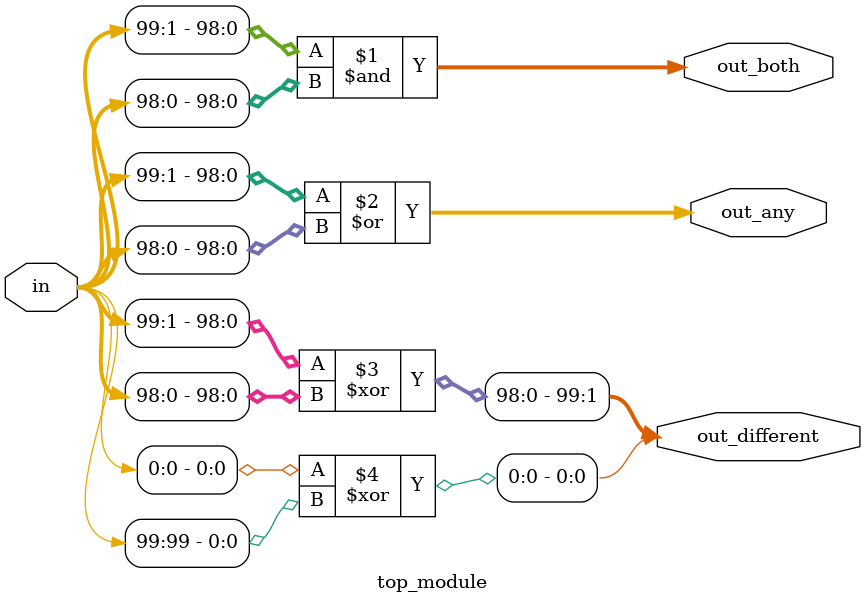
<source format=sv>
module top_module (
    input [99:0] in,
    output [98:0] out_both,
    output [99:0] out_any,
    output [99:0] out_different
);

    // Generate the out_both signal
    assign out_both = in[99:1] & in[98:0];

    // Generate the out_any signal
    assign out_any = in[99:1] | in[98:0];

    // Generate the out_different signal
    assign out_different[99:1] = in[99:1] ^ in[98:0];
    assign out_different[0] = in[0] ^ in[99];

endmodule

</source>
